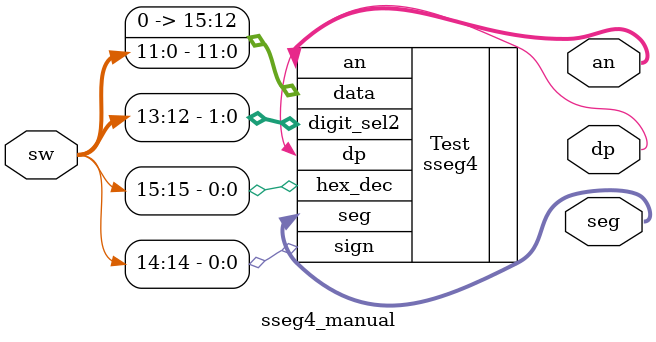
<source format=sv>
`timescale 1ns / 1ps

module sseg4_manual(
    input [15:0] sw, 
    output [6:0] seg, 
    output dp, 
    output [3:0] an
    );
    
sseg4 Test(
.data({4'b0000, sw[11:0]}), .hex_dec(sw [15]), .sign(sw [14]), .digit_sel2(sw [13:12]), 
.seg(seg), .dp(dp), .an(an)
); 

endmodule //sseg4_manual

</source>
